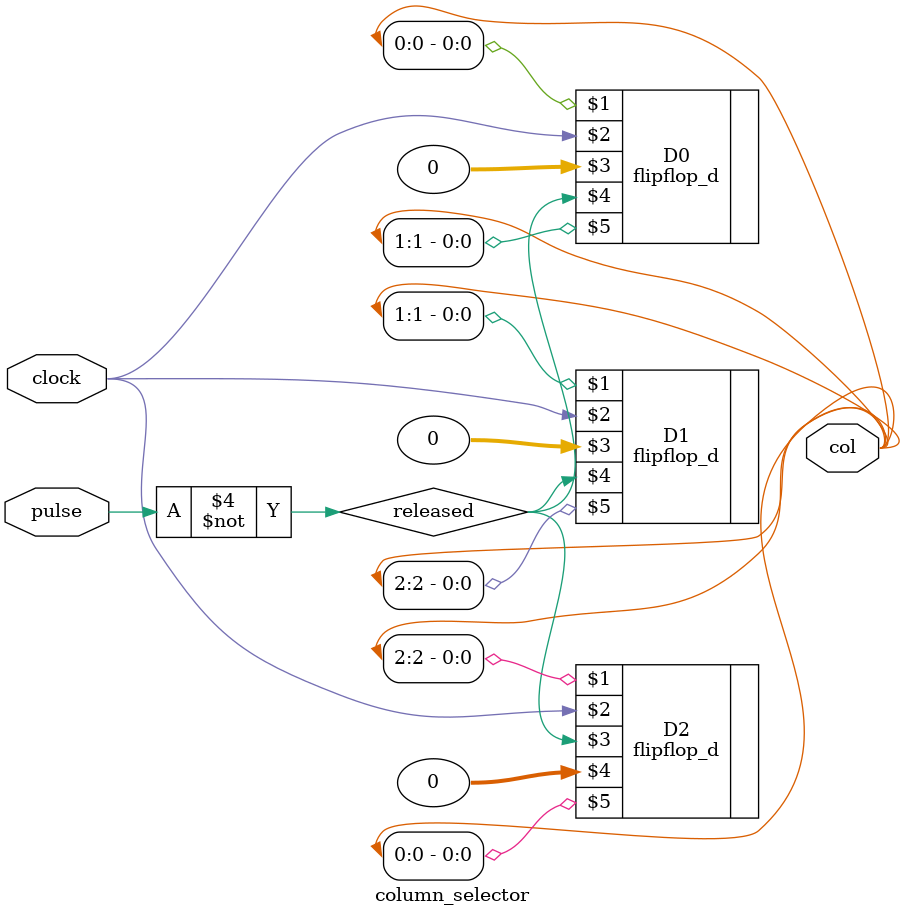
<source format=v>
module column_selector (output [2:0] col, input clock, input pulse);

    not (released, pulse);

    //              Q     clock     set      reset     D
    //            ------- ------ --------- --------- ------
    flipflop_d D2(col[2], clock, released,     0   , col[0]);
    flipflop_d D1(col[1], clock,     0   , released, col[2]);
    flipflop_d D0(col[0], clock,     0   , released, col[1]);

endmodule

</source>
